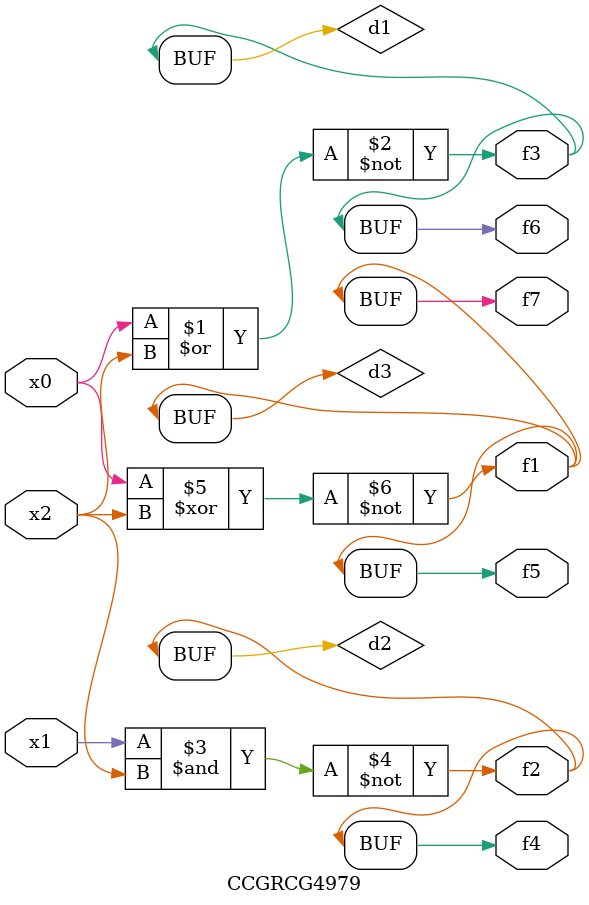
<source format=v>
module CCGRCG4979(
	input x0, x1, x2,
	output f1, f2, f3, f4, f5, f6, f7
);

	wire d1, d2, d3;

	nor (d1, x0, x2);
	nand (d2, x1, x2);
	xnor (d3, x0, x2);
	assign f1 = d3;
	assign f2 = d2;
	assign f3 = d1;
	assign f4 = d2;
	assign f5 = d3;
	assign f6 = d1;
	assign f7 = d3;
endmodule

</source>
